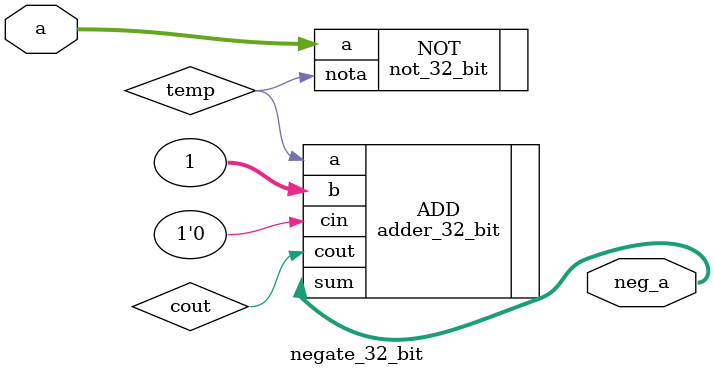
<source format=v>
module negate_32_bit (
  input wire [31:0] a,
  output wire[31:0] neg_a
);

  wire [31:0] tempVal;
  wire cout;

  //To negate a number, you need the two's compliment, which is done by
  //taking the inverse of the number, then adding 1 to it.  
  not_32_bit NOT(.a(a), .nota(temp));
  adder_32_bit ADD(.a(temp),.b(32'b1),.cin(1'b0),.cout(cout),.sum(neg_a));

  
endmodule
</source>
